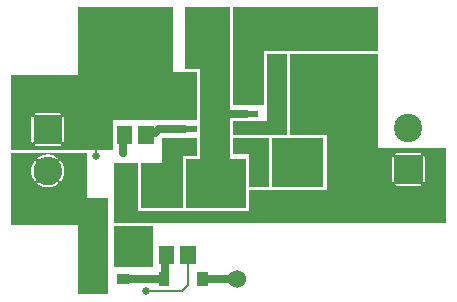
<source format=gtl>
G04 start of page 2 for group 0 idx 0 *
G04 Title: SFT-HW-0022, top *
G04 Creator: pcb 20110918 *
G04 CreationDate: Wed 03 Dec 2014 08:27:19 PM GMT UTC *
G04 For: tgack *
G04 Format: Gerber/RS-274X *
G04 PCB-Dimensions: 150000 100000 *
G04 PCB-Coordinate-Origin: lower left *
%MOIN*%
%FSLAX25Y25*%
%LNTOP*%
%ADD26C,0.0472*%
%ADD25C,0.1200*%
%ADD24C,0.0350*%
%ADD23C,0.0120*%
%ADD22C,0.0600*%
%ADD21C,0.0260*%
%ADD20R,0.0945X0.0945*%
%ADD19R,0.0200X0.0200*%
%ADD18R,0.0669X0.0669*%
%ADD17R,0.0340X0.0340*%
%ADD16R,0.0358X0.0358*%
%ADD15R,0.0512X0.0512*%
%ADD14C,0.0945*%
%ADD13C,0.0080*%
%ADD12C,0.0250*%
%ADD11C,0.0001*%
G54D11*G36*
X76500Y65000D02*Y97500D01*
X125000D01*
Y83000D01*
X87000D01*
Y65000D01*
X76500D01*
G37*
G36*
Y54000D02*X88500D01*
Y37500D01*
X82000D01*
Y48500D01*
X76500D01*
Y54000D01*
G37*
G36*
X61000Y30500D02*Y47000D01*
X65500D01*
Y77000D01*
X60500D01*
Y97500D01*
X75500D01*
Y47000D01*
X81000D01*
Y30500D01*
X61000D01*
G37*
G36*
X76500Y55000D02*Y59500D01*
X88000D01*
Y82000D01*
X94500D01*
Y55000D01*
X76500D01*
G37*
G36*
X89500Y37500D02*Y54000D01*
X106500D01*
Y37500D01*
X89500D01*
G37*
G36*
X37000Y11000D02*Y24500D01*
X50000D01*
Y11000D01*
X37000D01*
G37*
G36*
X19904Y75000D02*X25000D01*
Y97500D01*
X56500D01*
Y76000D01*
X64500D01*
Y60000D01*
X36500D01*
Y50000D01*
X31659D01*
X31651Y50003D01*
X31330Y50081D01*
X31000Y50106D01*
X30670Y50081D01*
X30349Y50003D01*
X30341Y50000D01*
X19904D01*
Y52454D01*
X19967Y52459D01*
X20028Y52474D01*
X20087Y52498D01*
X20140Y52531D01*
X20188Y52572D01*
X20229Y52620D01*
X20262Y52673D01*
X20286Y52732D01*
X20301Y52793D01*
X20304Y52855D01*
Y60704D01*
X20301Y60767D01*
X20286Y60828D01*
X20262Y60887D01*
X20229Y60940D01*
X20188Y60988D01*
X20140Y61029D01*
X20087Y61062D01*
X20028Y61086D01*
X19967Y61101D01*
X19904Y61106D01*
Y75000D01*
G37*
G36*
X14780D02*X19904D01*
Y61106D01*
X19842Y61101D01*
X19781Y61086D01*
X19722Y61062D01*
X19669Y61029D01*
X19621Y60988D01*
X19580Y60940D01*
X19547Y60887D01*
X19523Y60828D01*
X19508Y60767D01*
X19504Y60704D01*
Y52855D01*
X19508Y52793D01*
X19523Y52732D01*
X19547Y52673D01*
X19580Y52620D01*
X19621Y52572D01*
X19669Y52531D01*
X19722Y52498D01*
X19781Y52474D01*
X19842Y52459D01*
X19904Y52454D01*
Y50000D01*
X14780D01*
Y51256D01*
X18704D01*
X18767Y51259D01*
X18828Y51274D01*
X18887Y51298D01*
X18940Y51331D01*
X18988Y51372D01*
X19029Y51420D01*
X19062Y51473D01*
X19086Y51532D01*
X19101Y51593D01*
X19106Y51655D01*
X19101Y51718D01*
X19086Y51779D01*
X19062Y51838D01*
X19029Y51891D01*
X18988Y51939D01*
X18940Y51980D01*
X18887Y52013D01*
X18828Y52037D01*
X18767Y52052D01*
X18704Y52055D01*
X14780D01*
Y61505D01*
X18704D01*
X18767Y61508D01*
X18828Y61523D01*
X18887Y61547D01*
X18940Y61580D01*
X18988Y61621D01*
X19029Y61669D01*
X19062Y61722D01*
X19086Y61781D01*
X19101Y61842D01*
X19106Y61904D01*
X19101Y61967D01*
X19086Y62028D01*
X19062Y62087D01*
X19029Y62140D01*
X18988Y62188D01*
X18940Y62229D01*
X18887Y62262D01*
X18828Y62286D01*
X18767Y62301D01*
X18704Y62304D01*
X14780D01*
Y75000D01*
G37*
G36*
X9656D02*X14780D01*
Y62304D01*
X10856D01*
X10793Y62301D01*
X10732Y62286D01*
X10673Y62262D01*
X10620Y62229D01*
X10572Y62188D01*
X10531Y62140D01*
X10498Y62087D01*
X10474Y62028D01*
X10459Y61967D01*
X10454Y61904D01*
X10459Y61842D01*
X10474Y61781D01*
X10498Y61722D01*
X10531Y61669D01*
X10572Y61621D01*
X10620Y61580D01*
X10673Y61547D01*
X10732Y61523D01*
X10793Y61508D01*
X10856Y61505D01*
X14780D01*
Y52055D01*
X10856D01*
X10793Y52052D01*
X10732Y52037D01*
X10673Y52013D01*
X10620Y51980D01*
X10572Y51939D01*
X10531Y51891D01*
X10498Y51838D01*
X10474Y51779D01*
X10459Y51718D01*
X10454Y51655D01*
X10459Y51593D01*
X10474Y51532D01*
X10498Y51473D01*
X10531Y51420D01*
X10572Y51372D01*
X10620Y51331D01*
X10673Y51298D01*
X10732Y51274D01*
X10793Y51259D01*
X10856Y51256D01*
X14780D01*
Y50000D01*
X9656D01*
Y52454D01*
X9718Y52459D01*
X9779Y52474D01*
X9838Y52498D01*
X9891Y52531D01*
X9939Y52572D01*
X9980Y52620D01*
X10013Y52673D01*
X10037Y52732D01*
X10052Y52793D01*
X10055Y52855D01*
Y60704D01*
X10052Y60767D01*
X10037Y60828D01*
X10013Y60887D01*
X9980Y60940D01*
X9939Y60988D01*
X9891Y61029D01*
X9838Y61062D01*
X9779Y61086D01*
X9718Y61101D01*
X9656Y61106D01*
Y75000D01*
G37*
G36*
X2500Y50000D02*Y75000D01*
X9656D01*
Y61106D01*
X9593Y61101D01*
X9532Y61086D01*
X9473Y61062D01*
X9420Y61029D01*
X9372Y60988D01*
X9331Y60940D01*
X9298Y60887D01*
X9274Y60828D01*
X9259Y60767D01*
X9256Y60704D01*
Y52855D01*
X9259Y52793D01*
X9274Y52732D01*
X9298Y52673D01*
X9331Y52620D01*
X9372Y52572D01*
X9420Y52531D01*
X9473Y52498D01*
X9532Y52474D01*
X9593Y52459D01*
X9656Y52454D01*
Y50000D01*
X2500D01*
G37*
G36*
X64500Y54000D02*Y48000D01*
X60000D01*
Y30500D01*
X46000D01*
Y45500D01*
X53000D01*
Y54000D01*
X64500D01*
G37*
G36*
X140124Y50500D02*X147500D01*
Y25500D01*
X140124D01*
Y39174D01*
X140187Y39179D01*
X140248Y39194D01*
X140307Y39218D01*
X140360Y39251D01*
X140408Y39292D01*
X140449Y39340D01*
X140482Y39393D01*
X140506Y39452D01*
X140521Y39513D01*
X140524Y39576D01*
Y47424D01*
X140521Y47487D01*
X140506Y47548D01*
X140482Y47607D01*
X140449Y47660D01*
X140408Y47708D01*
X140360Y47749D01*
X140307Y47782D01*
X140248Y47806D01*
X140187Y47821D01*
X140124Y47826D01*
Y50500D01*
G37*
G36*
X135000D02*X140124D01*
Y47826D01*
X140062Y47821D01*
X140001Y47806D01*
X139942Y47782D01*
X139889Y47749D01*
X139841Y47708D01*
X139800Y47660D01*
X139767Y47607D01*
X139743Y47548D01*
X139728Y47487D01*
X139724Y47424D01*
Y39576D01*
X139728Y39513D01*
X139743Y39452D01*
X139767Y39393D01*
X139800Y39340D01*
X139841Y39292D01*
X139889Y39251D01*
X139942Y39218D01*
X140001Y39194D01*
X140062Y39179D01*
X140124Y39174D01*
Y25500D01*
X135000D01*
Y37976D01*
X138924D01*
X138987Y37979D01*
X139048Y37994D01*
X139107Y38018D01*
X139160Y38051D01*
X139208Y38092D01*
X139249Y38140D01*
X139282Y38193D01*
X139306Y38252D01*
X139321Y38313D01*
X139326Y38376D01*
X139321Y38438D01*
X139306Y38499D01*
X139282Y38558D01*
X139249Y38611D01*
X139208Y38659D01*
X139160Y38700D01*
X139107Y38733D01*
X139048Y38757D01*
X138987Y38772D01*
X138924Y38776D01*
X135000D01*
Y48225D01*
X138924D01*
X138987Y48228D01*
X139048Y48243D01*
X139107Y48267D01*
X139160Y48300D01*
X139208Y48341D01*
X139249Y48389D01*
X139282Y48442D01*
X139306Y48501D01*
X139321Y48562D01*
X139326Y48624D01*
X139321Y48687D01*
X139306Y48748D01*
X139282Y48807D01*
X139249Y48860D01*
X139208Y48908D01*
X139160Y48949D01*
X139107Y48982D01*
X139048Y49006D01*
X138987Y49021D01*
X138924Y49024D01*
X135000D01*
Y50500D01*
G37*
G36*
X129876D02*X135000D01*
Y49024D01*
X131076D01*
X131013Y49021D01*
X130952Y49006D01*
X130893Y48982D01*
X130840Y48949D01*
X130792Y48908D01*
X130751Y48860D01*
X130718Y48807D01*
X130694Y48748D01*
X130679Y48687D01*
X130674Y48624D01*
X130679Y48562D01*
X130694Y48501D01*
X130718Y48442D01*
X130751Y48389D01*
X130792Y48341D01*
X130840Y48300D01*
X130893Y48267D01*
X130952Y48243D01*
X131013Y48228D01*
X131076Y48225D01*
X135000D01*
Y38776D01*
X131076D01*
X131013Y38772D01*
X130952Y38757D01*
X130893Y38733D01*
X130840Y38700D01*
X130792Y38659D01*
X130751Y38611D01*
X130718Y38558D01*
X130694Y38499D01*
X130679Y38438D01*
X130674Y38376D01*
X130679Y38313D01*
X130694Y38252D01*
X130718Y38193D01*
X130751Y38140D01*
X130792Y38092D01*
X130840Y38051D01*
X130893Y38018D01*
X130952Y37994D01*
X131013Y37979D01*
X131076Y37976D01*
X135000D01*
Y25500D01*
X129876D01*
Y39174D01*
X129938Y39179D01*
X129999Y39194D01*
X130058Y39218D01*
X130111Y39251D01*
X130159Y39292D01*
X130200Y39340D01*
X130233Y39393D01*
X130257Y39452D01*
X130272Y39513D01*
X130275Y39576D01*
Y47424D01*
X130272Y47487D01*
X130257Y47548D01*
X130233Y47607D01*
X130200Y47660D01*
X130159Y47708D01*
X130111Y47749D01*
X130058Y47782D01*
X129999Y47806D01*
X129938Y47821D01*
X129876Y47826D01*
Y50500D01*
G37*
G36*
X45000Y45500D02*Y29500D01*
X82000D01*
Y36500D01*
X108000D01*
Y55000D01*
X95500D01*
Y82000D01*
X125000D01*
Y50500D01*
X129876D01*
Y47826D01*
X129813Y47821D01*
X129752Y47806D01*
X129693Y47782D01*
X129640Y47749D01*
X129592Y47708D01*
X129551Y47660D01*
X129518Y47607D01*
X129494Y47548D01*
X129479Y47487D01*
X129476Y47424D01*
Y39576D01*
X129479Y39513D01*
X129494Y39452D01*
X129518Y39393D01*
X129551Y39340D01*
X129592Y39292D01*
X129640Y39251D01*
X129693Y39218D01*
X129752Y39194D01*
X129813Y39179D01*
X129876Y39174D01*
Y25500D01*
X37000D01*
Y45500D01*
X45000D01*
G37*
G36*
X19413Y43910D02*X19428Y43845D01*
X19485Y43424D01*
X19504Y43000D01*
X19485Y42576D01*
X19428Y42155D01*
X19413Y42090D01*
Y43910D01*
G37*
G36*
Y49000D02*X28000D01*
Y34000D01*
X35000D01*
Y2000D01*
X25000D01*
Y25000D01*
X19413D01*
Y39995D01*
X19525Y40160D01*
X19761Y40597D01*
X19956Y41054D01*
X20110Y41527D01*
X20221Y42011D01*
X20288Y42504D01*
X20310Y43000D01*
X20288Y43496D01*
X20221Y43989D01*
X20110Y44473D01*
X19956Y44946D01*
X19761Y45403D01*
X19525Y45840D01*
X19413Y46009D01*
Y49000D01*
G37*
G36*
X14782D02*X19413D01*
Y46009D01*
X19251Y46255D01*
X19210Y46303D01*
X19161Y46345D01*
X19107Y46378D01*
X19048Y46402D01*
X18986Y46417D01*
X18922Y46422D01*
X18859Y46417D01*
X18797Y46402D01*
X18738Y46378D01*
X18684Y46344D01*
X18636Y46303D01*
X18594Y46254D01*
X18561Y46200D01*
X18537Y46141D01*
X18522Y46079D01*
X18517Y46016D01*
X18522Y45952D01*
X18537Y45890D01*
X18561Y45831D01*
X18596Y45778D01*
X18834Y45427D01*
X19035Y45053D01*
X19202Y44663D01*
X19334Y44259D01*
X19413Y43910D01*
Y42090D01*
X19334Y41741D01*
X19202Y41337D01*
X19035Y40947D01*
X18834Y40573D01*
X18600Y40219D01*
X18566Y40166D01*
X18541Y40108D01*
X18527Y40047D01*
X18522Y39984D01*
X18527Y39922D01*
X18541Y39860D01*
X18565Y39802D01*
X18598Y39748D01*
X18639Y39700D01*
X18687Y39660D01*
X18740Y39627D01*
X18799Y39602D01*
X18860Y39588D01*
X18923Y39583D01*
X18985Y39588D01*
X19047Y39602D01*
X19105Y39626D01*
X19158Y39659D01*
X19206Y39700D01*
X19246Y39748D01*
X19413Y39995D01*
Y25000D01*
X14782D01*
Y37470D01*
X15276Y37492D01*
X15769Y37559D01*
X16253Y37670D01*
X16726Y37824D01*
X17183Y38019D01*
X17620Y38255D01*
X18035Y38529D01*
X18083Y38570D01*
X18125Y38619D01*
X18158Y38673D01*
X18182Y38732D01*
X18197Y38794D01*
X18202Y38858D01*
X18197Y38921D01*
X18182Y38983D01*
X18158Y39042D01*
X18124Y39096D01*
X18083Y39144D01*
X18034Y39186D01*
X17980Y39219D01*
X17921Y39243D01*
X17859Y39258D01*
X17796Y39263D01*
X17732Y39258D01*
X17670Y39243D01*
X17611Y39219D01*
X17558Y39184D01*
X17207Y38946D01*
X16833Y38745D01*
X16443Y38578D01*
X16039Y38446D01*
X15625Y38352D01*
X15204Y38295D01*
X14782Y38276D01*
Y47724D01*
X15204Y47705D01*
X15625Y47648D01*
X16039Y47554D01*
X16443Y47422D01*
X16833Y47255D01*
X17207Y47054D01*
X17561Y46820D01*
X17614Y46786D01*
X17672Y46761D01*
X17733Y46747D01*
X17796Y46742D01*
X17858Y46747D01*
X17920Y46761D01*
X17978Y46785D01*
X18032Y46818D01*
X18080Y46859D01*
X18120Y46907D01*
X18153Y46960D01*
X18178Y47019D01*
X18192Y47080D01*
X18197Y47143D01*
X18192Y47205D01*
X18178Y47267D01*
X18154Y47325D01*
X18121Y47378D01*
X18080Y47426D01*
X18032Y47466D01*
X17620Y47745D01*
X17183Y47981D01*
X16726Y48176D01*
X16253Y48330D01*
X15769Y48441D01*
X15276Y48508D01*
X14782Y48530D01*
Y49000D01*
G37*
G36*
X10147D02*X14782D01*
Y48530D01*
X14780Y48530D01*
X14284Y48508D01*
X13791Y48441D01*
X13307Y48330D01*
X12834Y48176D01*
X12377Y47981D01*
X11940Y47745D01*
X11525Y47471D01*
X11477Y47430D01*
X11435Y47381D01*
X11402Y47327D01*
X11378Y47268D01*
X11363Y47206D01*
X11358Y47142D01*
X11363Y47079D01*
X11378Y47017D01*
X11402Y46958D01*
X11436Y46904D01*
X11477Y46856D01*
X11526Y46814D01*
X11580Y46781D01*
X11639Y46757D01*
X11701Y46742D01*
X11764Y46737D01*
X11828Y46742D01*
X11890Y46757D01*
X11949Y46781D01*
X12002Y46816D01*
X12353Y47054D01*
X12727Y47255D01*
X13117Y47422D01*
X13521Y47554D01*
X13935Y47648D01*
X14356Y47705D01*
X14780Y47724D01*
X14782Y47724D01*
Y38276D01*
X14780Y38276D01*
X14356Y38295D01*
X13935Y38352D01*
X13521Y38446D01*
X13117Y38578D01*
X12727Y38745D01*
X12353Y38946D01*
X11999Y39180D01*
X11946Y39214D01*
X11888Y39239D01*
X11827Y39253D01*
X11764Y39258D01*
X11702Y39253D01*
X11640Y39239D01*
X11582Y39215D01*
X11528Y39182D01*
X11480Y39141D01*
X11440Y39093D01*
X11407Y39040D01*
X11382Y38981D01*
X11368Y38920D01*
X11363Y38857D01*
X11368Y38795D01*
X11382Y38733D01*
X11406Y38675D01*
X11439Y38622D01*
X11480Y38574D01*
X11528Y38534D01*
X11940Y38255D01*
X12377Y38019D01*
X12834Y37824D01*
X13307Y37670D01*
X13791Y37559D01*
X14284Y37492D01*
X14780Y37470D01*
X14782Y37470D01*
Y25000D01*
X10147D01*
Y39991D01*
X10309Y39745D01*
X10350Y39697D01*
X10399Y39655D01*
X10453Y39622D01*
X10512Y39598D01*
X10574Y39583D01*
X10638Y39578D01*
X10701Y39583D01*
X10763Y39598D01*
X10822Y39622D01*
X10876Y39656D01*
X10924Y39697D01*
X10966Y39746D01*
X10999Y39800D01*
X11023Y39859D01*
X11038Y39921D01*
X11043Y39984D01*
X11038Y40048D01*
X11023Y40110D01*
X10999Y40169D01*
X10964Y40222D01*
X10726Y40573D01*
X10525Y40947D01*
X10358Y41337D01*
X10226Y41741D01*
X10147Y42090D01*
Y43910D01*
X10226Y44259D01*
X10358Y44663D01*
X10525Y45053D01*
X10726Y45427D01*
X10960Y45781D01*
X10994Y45834D01*
X11019Y45892D01*
X11033Y45953D01*
X11038Y46016D01*
X11033Y46078D01*
X11019Y46140D01*
X10995Y46198D01*
X10962Y46252D01*
X10921Y46300D01*
X10873Y46340D01*
X10820Y46373D01*
X10761Y46398D01*
X10700Y46412D01*
X10637Y46417D01*
X10575Y46412D01*
X10513Y46398D01*
X10455Y46374D01*
X10402Y46341D01*
X10354Y46300D01*
X10314Y46252D01*
X10147Y46005D01*
Y49000D01*
G37*
G36*
Y42090D02*X10132Y42155D01*
X10075Y42576D01*
X10056Y43000D01*
X10075Y43424D01*
X10132Y43845D01*
X10147Y43910D01*
Y42090D01*
G37*
G36*
X2500Y49000D02*X10147D01*
Y46005D01*
X10035Y45840D01*
X9799Y45403D01*
X9604Y44946D01*
X9450Y44473D01*
X9339Y43989D01*
X9272Y43496D01*
X9250Y43000D01*
X9272Y42504D01*
X9339Y42011D01*
X9450Y41527D01*
X9604Y41054D01*
X9799Y40597D01*
X10035Y40160D01*
X10147Y39991D01*
Y25000D01*
X2500D01*
Y49000D01*
G37*
G54D12*X40000Y7000D02*X53563D01*
X54000D02*Y14543D01*
X54457Y15000D01*
G54D13*X59500Y3000D02*X47500D01*
G54D12*X66437Y7000D02*X78000D01*
G54D13*X61543Y15000D02*Y5043D01*
X59500Y3000D01*
G54D12*X80750Y62000D02*X73000D01*
X60250Y57000D02*X52000D01*
X50500Y55500D01*
X48043D01*
X47543Y55000D01*
X40000Y49000D02*Y54543D01*
X40457Y55000D01*
G54D13*X31000Y48000D02*Y51000D01*
G54D11*G36*
X130276Y48224D02*Y38776D01*
X139724D01*
Y48224D01*
X130276D01*
G37*
G54D14*X135000Y57280D03*
X14780Y43000D03*
G54D11*G36*
X10056Y61504D02*Y52055D01*
X19504D01*
Y61504D01*
X10056D01*
G37*
G54D15*X61543Y15393D02*Y14607D01*
X54457Y15393D02*Y14607D01*
G54D16*X66437Y7610D02*Y6390D01*
X53563Y7610D02*Y6390D01*
G54D17*X39700Y7000D02*X40300D01*
X39700Y14800D02*X40300D01*
X31500Y10900D02*X32100D01*
G54D15*X49043Y34893D02*Y34107D01*
Y41893D02*Y41107D01*
X47543Y55393D02*Y54607D01*
X41957Y34893D02*Y34107D01*
Y41893D02*Y41107D01*
X40457Y55393D02*Y54607D01*
X64043Y41893D02*Y41107D01*
X56957Y41893D02*Y41107D01*
X103457Y42393D02*Y41607D01*
X110543Y42393D02*Y41607D01*
X103457Y50393D02*Y49607D01*
X110543Y50393D02*Y49607D01*
G54D18*X108016Y69492D02*X109984D01*
G54D19*X77500Y52000D02*X84000D01*
X77500Y57000D02*X84000D01*
X77500Y62000D02*X84000D01*
X77500Y67000D02*X84000D01*
G54D15*X77957Y41893D02*Y41107D01*
X85043Y41893D02*Y41107D01*
G54D18*X108016Y93508D02*X109984D01*
G54D15*X64905Y93181D02*Y90819D01*
X53095Y93181D02*Y90819D01*
X91043Y74393D02*Y73607D01*
X83957Y74393D02*Y73607D01*
X64905Y83681D02*Y81319D01*
X53095Y83681D02*Y81319D01*
G54D19*X57000Y67000D02*X63500D01*
X57000Y62000D02*X63500D01*
X57000Y57000D02*X63500D01*
X57000Y52000D02*X63500D01*
G54D20*X70500Y63043D02*Y55957D01*
G54D21*X45000Y13500D03*
X48000D03*
G54D22*X78000Y7000D03*
G54D21*X27000Y16000D03*
Y19000D03*
X39000Y19500D03*
X27000Y4000D03*
Y7000D03*
Y10000D03*
Y13000D03*
X42000Y19500D03*
X39000Y22500D03*
X42000D03*
X45000Y19500D03*
Y22500D03*
X48000D03*
Y19500D03*
X45000Y16500D03*
X48000D03*
X47500Y3000D03*
X40000Y49000D03*
X31000Y48000D03*
X69500Y46500D03*
X72500D03*
Y43500D03*
X69500D03*
Y34500D03*
X72500D03*
Y73500D03*
Y76500D03*
X75500Y34500D03*
X78500D03*
X66500D03*
X63500D03*
X72500Y37500D03*
X69500D03*
Y40500D03*
X72500D03*
X69500Y73500D03*
Y76500D03*
X71000Y79500D03*
Y82500D03*
Y85500D03*
Y88500D03*
Y91500D03*
Y94500D03*
X97000Y46000D03*
Y49000D03*
Y52000D03*
Y43000D03*
Y40000D03*
X93500D03*
Y43000D03*
Y46000D03*
Y49000D03*
Y52000D03*
G54D23*G54D24*G54D23*G54D25*G54D26*G54D25*G54D26*G54D25*G54D26*M02*

</source>
